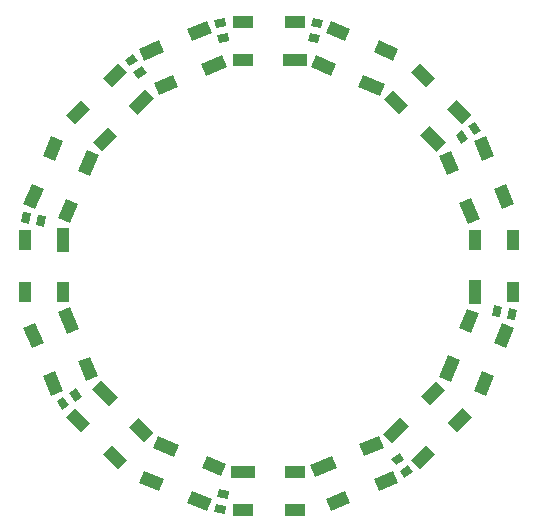
<source format=gtp>
G75*
%MOIN*%
%OFA0B0*%
%FSLAX24Y24*%
%IPPOS*%
%LPD*%
%AMOC8*
5,1,8,0,0,1.08239X$1,22.5*
%
%ADD10R,0.0787X0.0433*%
%ADD11R,0.0709X0.0433*%
%ADD12R,0.0433X0.0787*%
%ADD13R,0.0433X0.0709*%
%ADD14R,0.0276X0.0354*%
D10*
G36*
X003558Y004293D02*
X003003Y004848D01*
X003308Y005153D01*
X003863Y004598D01*
X003558Y004293D01*
G37*
G36*
X005751Y002600D02*
X005026Y002900D01*
X005191Y003298D01*
X005916Y002998D01*
X005751Y002600D01*
G37*
X008034Y002095D03*
G36*
X011174Y002237D02*
X010449Y001937D01*
X010284Y002335D01*
X011009Y002635D01*
X011174Y002237D01*
G37*
G36*
X013572Y003623D02*
X013017Y003068D01*
X012712Y003373D01*
X013267Y003928D01*
X013572Y003623D01*
G37*
G36*
X015266Y005816D02*
X014966Y005091D01*
X014568Y005256D01*
X014868Y005981D01*
X015266Y005816D01*
G37*
G36*
X015628Y011239D02*
X015928Y010514D01*
X015530Y010349D01*
X015230Y011074D01*
X015628Y011239D01*
G37*
G36*
X014242Y013637D02*
X014797Y013082D01*
X014492Y012777D01*
X013937Y013332D01*
X014242Y013637D01*
G37*
G36*
X012049Y015331D02*
X012774Y015031D01*
X012609Y014633D01*
X011884Y014933D01*
X012049Y015331D01*
G37*
X009766Y015835D03*
G36*
X006626Y015694D02*
X007351Y015994D01*
X007516Y015596D01*
X006791Y015296D01*
X006626Y015694D01*
G37*
G36*
X004228Y014307D02*
X004783Y014862D01*
X005088Y014557D01*
X004533Y014002D01*
X004228Y014307D01*
G37*
G36*
X002534Y012114D02*
X002834Y012839D01*
X003232Y012674D01*
X002932Y011949D01*
X002534Y012114D01*
G37*
G36*
X002172Y006691D02*
X001872Y007416D01*
X002270Y007581D01*
X002570Y006856D01*
X002172Y006691D01*
G37*
D11*
G36*
X003864Y002204D02*
X003364Y002704D01*
X003670Y003010D01*
X004170Y002510D01*
X003864Y002204D01*
G37*
G36*
X005233Y001450D02*
X004580Y001721D01*
X004745Y002120D01*
X005398Y001849D01*
X005233Y001450D01*
G37*
G36*
X006833Y000787D02*
X006180Y001058D01*
X006345Y001457D01*
X006998Y001186D01*
X006833Y000787D01*
G37*
X008034Y000835D03*
G36*
X007315Y001951D02*
X006662Y002222D01*
X006827Y002621D01*
X007480Y002350D01*
X007315Y001951D01*
G37*
X009766Y002095D03*
X009766Y000835D03*
G36*
X011620Y001058D02*
X010967Y000787D01*
X010802Y001186D01*
X011455Y001457D01*
X011620Y001058D01*
G37*
G36*
X013220Y001721D02*
X012567Y001450D01*
X012402Y001849D01*
X013055Y002120D01*
X013220Y001721D01*
G37*
G36*
X014436Y002704D02*
X013936Y002204D01*
X013630Y002510D01*
X014130Y003010D01*
X014436Y002704D01*
G37*
G36*
X015661Y003929D02*
X015161Y003429D01*
X014855Y003735D01*
X015355Y004235D01*
X015661Y003929D01*
G37*
G36*
X016416Y005298D02*
X016145Y004645D01*
X015746Y004810D01*
X016017Y005463D01*
X016416Y005298D01*
G37*
G36*
X017078Y006898D02*
X016807Y006245D01*
X016408Y006410D01*
X016679Y007063D01*
X017078Y006898D01*
G37*
G36*
X015914Y007380D02*
X015643Y006727D01*
X015244Y006892D01*
X015515Y007545D01*
X015914Y007380D01*
G37*
G36*
X014770Y004820D02*
X014270Y004320D01*
X013964Y004626D01*
X014464Y005126D01*
X014770Y004820D01*
G37*
G36*
X012738Y002885D02*
X012085Y002614D01*
X011920Y003013D01*
X012573Y003284D01*
X012738Y002885D01*
G37*
G36*
X004755Y003095D02*
X004255Y003595D01*
X004561Y003901D01*
X005061Y003401D01*
X004755Y003095D01*
G37*
G36*
X002639Y003429D02*
X002139Y003929D01*
X002445Y004235D01*
X002945Y003735D01*
X002639Y003429D01*
G37*
G36*
X001655Y004645D02*
X001384Y005298D01*
X001783Y005463D01*
X002054Y004810D01*
X001655Y004645D01*
G37*
G36*
X002819Y005127D02*
X002548Y005780D01*
X002947Y005945D01*
X003218Y005292D01*
X002819Y005127D01*
G37*
G36*
X000993Y006245D02*
X000722Y006898D01*
X001121Y007063D01*
X001392Y006410D01*
X000993Y006245D01*
G37*
G36*
X001886Y010550D02*
X002157Y011203D01*
X002556Y011038D01*
X002285Y010385D01*
X001886Y010550D01*
G37*
G36*
X000722Y011032D02*
X000993Y011685D01*
X001392Y011520D01*
X001121Y010867D01*
X000722Y011032D01*
G37*
G36*
X001384Y012632D02*
X001655Y013285D01*
X002054Y013120D01*
X001783Y012467D01*
X001384Y012632D01*
G37*
G36*
X002139Y014001D02*
X002639Y014501D01*
X002945Y014195D01*
X002445Y013695D01*
X002139Y014001D01*
G37*
G36*
X003030Y013110D02*
X003530Y013610D01*
X003836Y013304D01*
X003336Y012804D01*
X003030Y013110D01*
G37*
G36*
X003364Y015226D02*
X003864Y015726D01*
X004170Y015420D01*
X003670Y014920D01*
X003364Y015226D01*
G37*
G36*
X004580Y016210D02*
X005233Y016481D01*
X005398Y016082D01*
X004745Y015811D01*
X004580Y016210D01*
G37*
G36*
X005062Y015046D02*
X005715Y015317D01*
X005880Y014918D01*
X005227Y014647D01*
X005062Y015046D01*
G37*
G36*
X006180Y016873D02*
X006833Y017144D01*
X006998Y016745D01*
X006345Y016474D01*
X006180Y016873D01*
G37*
X008034Y017095D03*
X008034Y015835D03*
X009766Y017095D03*
G36*
X010967Y017144D02*
X011620Y016873D01*
X011455Y016474D01*
X010802Y016745D01*
X010967Y017144D01*
G37*
G36*
X010485Y015980D02*
X011138Y015709D01*
X010973Y015310D01*
X010320Y015581D01*
X010485Y015980D01*
G37*
G36*
X012567Y016481D02*
X013220Y016210D01*
X013055Y015811D01*
X012402Y016082D01*
X012567Y016481D01*
G37*
G36*
X013936Y015726D02*
X014436Y015226D01*
X014130Y014920D01*
X013630Y015420D01*
X013936Y015726D01*
G37*
G36*
X013045Y014835D02*
X013545Y014335D01*
X013239Y014029D01*
X012739Y014529D01*
X013045Y014835D01*
G37*
G36*
X015161Y014501D02*
X015661Y014001D01*
X015355Y013695D01*
X014855Y014195D01*
X015161Y014501D01*
G37*
G36*
X016145Y013285D02*
X016416Y012632D01*
X016017Y012467D01*
X015746Y013120D01*
X016145Y013285D01*
G37*
G36*
X014981Y012803D02*
X015252Y012150D01*
X014853Y011985D01*
X014582Y012638D01*
X014981Y012803D01*
G37*
G36*
X016807Y011685D02*
X017078Y011032D01*
X016679Y010867D01*
X016408Y011520D01*
X016807Y011685D01*
G37*
D12*
X015770Y008099D03*
X002030Y009831D03*
D13*
X000770Y009831D03*
X000770Y008099D03*
X002030Y008099D03*
X015770Y009831D03*
X017030Y009831D03*
X017030Y008099D03*
D14*
G36*
X017101Y007155D02*
X016832Y007209D01*
X016901Y007555D01*
X017170Y007501D01*
X017101Y007155D01*
G37*
G36*
X016599Y007255D02*
X016330Y007309D01*
X016399Y007655D01*
X016668Y007601D01*
X016599Y007255D01*
G37*
G36*
X013128Y002315D02*
X012975Y002544D01*
X013268Y002741D01*
X013421Y002512D01*
X013128Y002315D01*
G37*
G36*
X013412Y001889D02*
X013259Y002118D01*
X013552Y002315D01*
X013705Y002086D01*
X013412Y001889D01*
G37*
G36*
X007190Y001266D02*
X007244Y001535D01*
X007590Y001466D01*
X007536Y001197D01*
X007190Y001266D01*
G37*
G36*
X007090Y000764D02*
X007144Y001033D01*
X007490Y000964D01*
X007436Y000695D01*
X007090Y000764D01*
G37*
G36*
X002250Y004737D02*
X002479Y004890D01*
X002676Y004597D01*
X002447Y004444D01*
X002250Y004737D01*
G37*
G36*
X001824Y004453D02*
X002053Y004606D01*
X002250Y004313D01*
X002021Y004160D01*
X001824Y004453D01*
G37*
G36*
X001201Y010675D02*
X001470Y010621D01*
X001401Y010275D01*
X001132Y010329D01*
X001201Y010675D01*
G37*
G36*
X000699Y010775D02*
X000968Y010721D01*
X000899Y010375D01*
X000630Y010429D01*
X000699Y010775D01*
G37*
G36*
X004672Y015615D02*
X004825Y015386D01*
X004532Y015189D01*
X004379Y015418D01*
X004672Y015615D01*
G37*
G36*
X004388Y016041D02*
X004541Y015812D01*
X004248Y015615D01*
X004095Y015844D01*
X004388Y016041D01*
G37*
G36*
X007144Y016896D02*
X007090Y017166D01*
X007436Y017236D01*
X007490Y016966D01*
X007144Y016896D01*
G37*
G36*
X007244Y016394D02*
X007190Y016664D01*
X007536Y016734D01*
X007590Y016464D01*
X007244Y016394D01*
G37*
G36*
X010610Y016664D02*
X010556Y016395D01*
X010210Y016464D01*
X010264Y016733D01*
X010610Y016664D01*
G37*
G36*
X010710Y017166D02*
X010656Y016897D01*
X010310Y016966D01*
X010364Y017235D01*
X010710Y017166D01*
G37*
G36*
X015550Y013193D02*
X015321Y013040D01*
X015124Y013333D01*
X015353Y013486D01*
X015550Y013193D01*
G37*
G36*
X015976Y013477D02*
X015747Y013324D01*
X015550Y013617D01*
X015779Y013770D01*
X015976Y013477D01*
G37*
M02*

</source>
